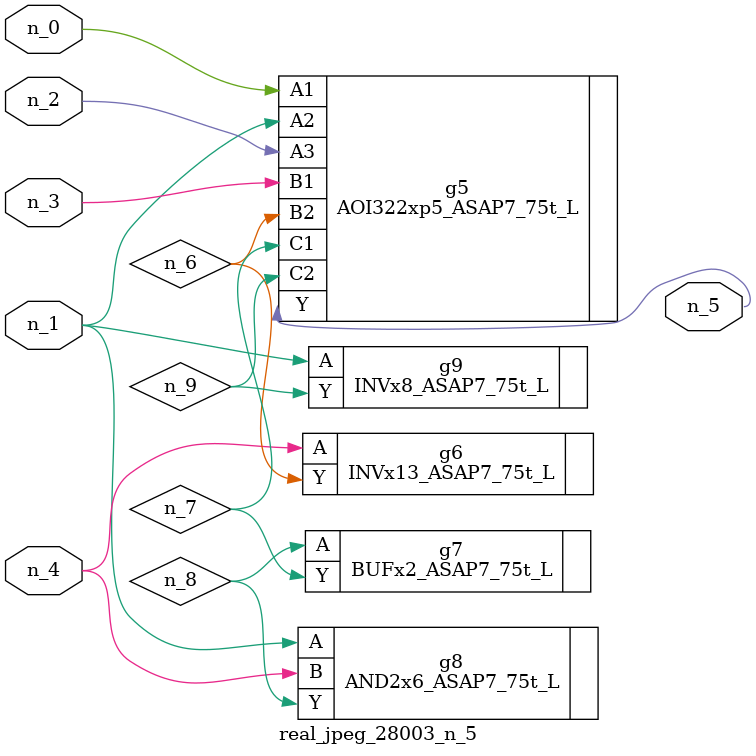
<source format=v>
module real_jpeg_28003_n_5 (n_4, n_0, n_1, n_2, n_3, n_5);

input n_4;
input n_0;
input n_1;
input n_2;
input n_3;

output n_5;

wire n_8;
wire n_6;
wire n_7;
wire n_9;

AOI322xp5_ASAP7_75t_L g5 ( 
.A1(n_0),
.A2(n_1),
.A3(n_2),
.B1(n_3),
.B2(n_6),
.C1(n_7),
.C2(n_9),
.Y(n_5)
);

AND2x6_ASAP7_75t_L g8 ( 
.A(n_1),
.B(n_4),
.Y(n_8)
);

INVx8_ASAP7_75t_L g9 ( 
.A(n_1),
.Y(n_9)
);

INVx13_ASAP7_75t_L g6 ( 
.A(n_4),
.Y(n_6)
);

BUFx2_ASAP7_75t_L g7 ( 
.A(n_8),
.Y(n_7)
);


endmodule
</source>
